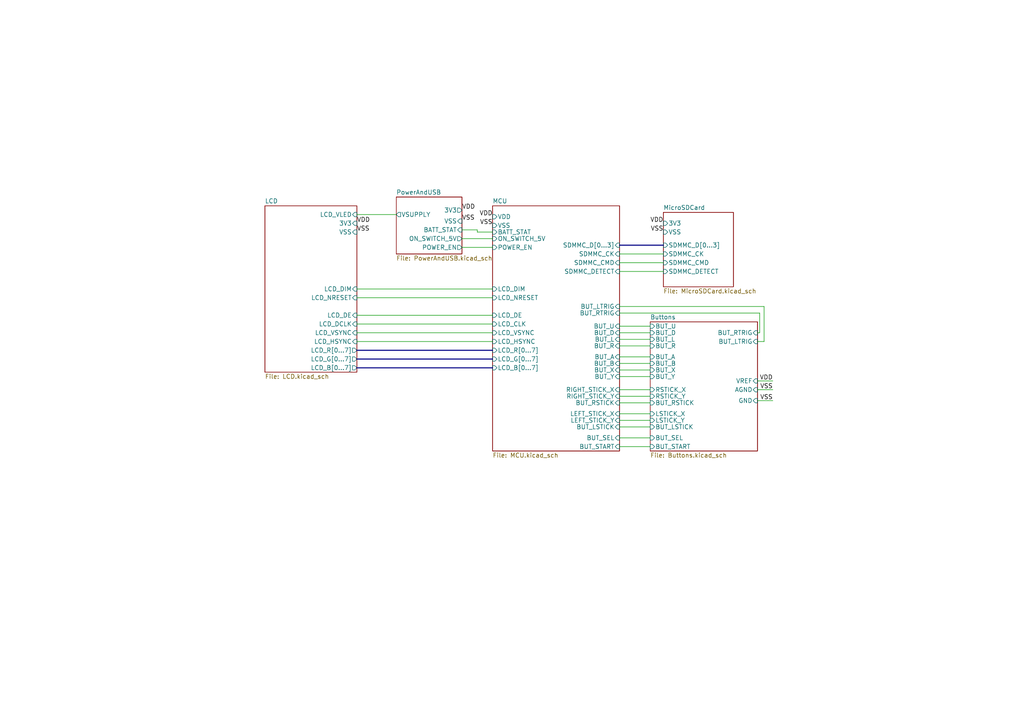
<source format=kicad_sch>
(kicad_sch (version 20210126) (generator eeschema)
  (paper "A4")
  (title_block (title "Burned Head") (date "2019-11-10") (rev "A") (company "Justin Alexander"))
  (lib_symbols)
  (wire (pts (xy 103.505 62.23) (xy 114.935 62.23)))
  (wire (pts (xy 103.505 83.82) (xy 142.875 83.82)))
  (wire (pts (xy 103.505 86.36) (xy 142.875 86.36)))
  (wire (pts (xy 103.505 91.44) (xy 142.875 91.44)))
  (wire (pts (xy 103.505 93.98) (xy 142.875 93.98)))
  (wire (pts (xy 103.505 96.52) (xy 142.875 96.52)))
  (wire (pts (xy 103.505 99.06) (xy 142.875 99.06)))
  (wire (pts (xy 133.985 66.675) (xy 138.43 66.675)))
  (wire (pts (xy 133.985 69.215) (xy 142.875 69.215)))
  (wire (pts (xy 133.985 71.755) (xy 142.875 71.755)))
  (wire (pts (xy 138.43 66.675) (xy 138.43 67.31)))
  (wire (pts (xy 138.43 67.31) (xy 142.875 67.31)))
  (wire (pts (xy 179.705 73.66) (xy 192.405 73.66)))
  (wire (pts (xy 179.705 76.2) (xy 192.405 76.2)))
  (wire (pts (xy 179.705 78.74) (xy 192.405 78.74)))
  (wire (pts (xy 179.705 88.9) (xy 221.615 88.9)))
  (wire (pts (xy 188.595 94.615) (xy 179.705 94.615)))
  (wire (pts (xy 188.595 96.52) (xy 179.705 96.52)))
  (wire (pts (xy 188.595 98.425) (xy 179.705 98.425)))
  (wire (pts (xy 188.595 100.33) (xy 179.705 100.33)))
  (wire (pts (xy 188.595 103.505) (xy 179.705 103.505)))
  (wire (pts (xy 188.595 105.41) (xy 179.705 105.41)))
  (wire (pts (xy 188.595 107.315) (xy 179.705 107.315)))
  (wire (pts (xy 188.595 109.22) (xy 179.705 109.22)))
  (wire (pts (xy 188.595 113.03) (xy 179.705 113.03)))
  (wire (pts (xy 188.595 114.935) (xy 179.705 114.935)))
  (wire (pts (xy 188.595 116.84) (xy 179.705 116.84)))
  (wire (pts (xy 188.595 120.015) (xy 179.705 120.015)))
  (wire (pts (xy 188.595 121.92) (xy 179.705 121.92)))
  (wire (pts (xy 188.595 123.825) (xy 179.705 123.825)))
  (wire (pts (xy 188.595 127) (xy 179.705 127)))
  (wire (pts (xy 188.595 129.54) (xy 179.705 129.54)))
  (wire (pts (xy 219.71 96.52) (xy 220.345 96.52)))
  (wire (pts (xy 219.71 99.06) (xy 221.615 99.06)))
  (wire (pts (xy 219.71 110.49) (xy 224.155 110.49)))
  (wire (pts (xy 219.71 113.03) (xy 224.155 113.03)))
  (wire (pts (xy 219.71 116.205) (xy 224.155 116.205)))
  (wire (pts (xy 220.345 90.805) (xy 179.705 90.805)))
  (wire (pts (xy 220.345 96.52) (xy 220.345 90.805)))
  (wire (pts (xy 221.615 88.9) (xy 221.615 99.06)))
  (bus (pts (xy 103.505 101.6) (xy 142.875 101.6)))
  (bus (pts (xy 103.505 104.14) (xy 142.875 104.14)))
  (bus (pts (xy 103.505 106.68) (xy 142.875 106.68)))
  (bus (pts (xy 179.705 71.12) (xy 192.405 71.12)))
  (label "VDD" (at 103.505 64.77 0))
  (label "VSS" (at 103.505 67.31 0))
  (label "VDD" (at 133.985 60.96 0))
  (label "VSS" (at 133.985 64.135 0))
  (label "VDD" (at 142.875 62.865 180))
  (label "VSS" (at 142.875 65.405 180))
  (label "VDD" (at 192.405 64.77 180))
  (label "VSS" (at 192.405 67.31 180))
  (label "VDD" (at 224.155 110.49 180))
  (label "VSS" (at 224.155 113.03 180))
  (label "VSS" (at 224.155 116.205 180))
  (sheet (at 188.595 93.345) (size 31.115 37.465)
    (property "Sheet name" "Buttons" (at 188.595 92.7095 0) (effects (justify left bottom)))
    (property "Sheet file" "Buttons.kicad_sch" (at 188.595 131.3185 0) (effects (justify left top)))
    (pin "GND" input (at 219.71 116.205 0))
    (pin "VREF" input (at 219.71 110.49 0))
    (pin "BUT_X" input (at 188.595 107.315 180))
    (pin "BUT_Y" input (at 188.595 109.22 180))
    (pin "BUT_B" input (at 188.595 105.41 180))
    (pin "BUT_A" input (at 188.595 103.505 180))
    (pin "BUT_D" input (at 188.595 96.52 180))
    (pin "BUT_R" input (at 188.595 100.33 180))
    (pin "BUT_U" input (at 188.595 94.615 180))
    (pin "BUT_L" input (at 188.595 98.425 180))
    (pin "BUT_SEL" input (at 188.595 127 180))
    (pin "BUT_START" input (at 188.595 129.54 180))
    (pin "AGND" input (at 219.71 113.03 0))
    (pin "BUT_LSTICK" input (at 188.595 123.825 180))
    (pin "LSTICK_X" input (at 188.595 120.015 180))
    (pin "LSTICK_Y" input (at 188.595 121.92 180))
    (pin "BUT_RSTICK" input (at 188.595 116.84 180))
    (pin "RSTICK_X" input (at 188.595 113.03 180))
    (pin "RSTICK_Y" input (at 188.595 114.935 180))
    (pin "BUT_LTRIG" input (at 219.71 99.06 0))
    (pin "BUT_RTRIG" input (at 219.71 96.52 0))
  )
  (sheet (at 76.835 59.69) (size 26.67 48.26)
    (property "Sheet name" "LCD" (at 76.835 59.0545 0) (effects (justify left bottom)))
    (property "Sheet file" "LCD.kicad_sch" (at 76.835 108.4585 0) (effects (justify left top)))
    (pin "LCD_B[0...7]" output (at 103.505 106.68 0))
    (pin "LCD_G[0...7]" output (at 103.505 104.14 0))
    (pin "LCD_R[0...7]" output (at 103.505 101.6 0))
    (pin "VSS" input (at 103.505 67.31 0))
    (pin "3V3" input (at 103.505 64.77 0))
    (pin "LCD_NRESET" input (at 103.505 86.36 0))
    (pin "LCD_DE" input (at 103.505 91.44 0))
    (pin "LCD_HSYNC" input (at 103.505 99.06 0))
    (pin "LCD_VSYNC" input (at 103.505 96.52 0))
    (pin "LCD_DCLK" input (at 103.505 93.98 0))
    (pin "LCD_VLED" input (at 103.505 62.23 0))
    (pin "LCD_DIM" input (at 103.505 83.82 0))
  )
  (sheet (at 142.875 59.69) (size 36.83 71.12)
    (property "Sheet name" "MCU" (at 142.875 59.0545 0) (effects (justify left bottom)))
    (property "Sheet file" "MCU.kicad_sch" (at 142.875 131.3185 0) (effects (justify left top)))
    (pin "LCD_G[0...7]" input (at 142.875 104.14 180))
    (pin "LCD_B[0...7]" input (at 142.875 106.68 180))
    (pin "LCD_DIM" input (at 142.875 83.82 180))
    (pin "LCD_NRESET" input (at 142.875 86.36 180))
    (pin "LCD_DE" input (at 142.875 91.44 180))
    (pin "LCD_CLK" input (at 142.875 93.98 180))
    (pin "LCD_VSYNC" input (at 142.875 96.52 180))
    (pin "LCD_HSYNC" input (at 142.875 99.06 180))
    (pin "VDD" input (at 142.875 62.865 180))
    (pin "VSS" input (at 142.875 65.405 180))
    (pin "POWER_EN" input (at 142.875 71.755 180))
    (pin "ON_SWITCH_5V" input (at 142.875 69.215 180))
    (pin "LCD_R[0...7]" input (at 142.875 101.6 180))
    (pin "SDMMC_CK" input (at 179.705 73.66 0))
    (pin "SDMMC_CMD" input (at 179.705 76.2 0))
    (pin "SDMMC_DETECT" input (at 179.705 78.74 0))
    (pin "SDMMC_D[0...3]" input (at 179.705 71.12 0))
    (pin "LEFT_STICK_X" input (at 179.705 120.015 0))
    (pin "LEFT_STICK_Y" input (at 179.705 121.92 0))
    (pin "RIGHT_STICK_X" input (at 179.705 113.03 0))
    (pin "RIGHT_STICK_Y" input (at 179.705 114.935 0))
    (pin "BUT_A" input (at 179.705 103.505 0))
    (pin "BUT_B" input (at 179.705 105.41 0))
    (pin "BUT_X" input (at 179.705 107.315 0))
    (pin "BUT_Y" input (at 179.705 109.22 0))
    (pin "BUT_U" input (at 179.705 94.615 0))
    (pin "BUT_D" input (at 179.705 96.52 0))
    (pin "BUT_L" input (at 179.705 98.425 0))
    (pin "BUT_R" input (at 179.705 100.33 0))
    (pin "BUT_LSTICK" input (at 179.705 123.825 0))
    (pin "BUT_RSTICK" input (at 179.705 116.84 0))
    (pin "BUT_SEL" input (at 179.705 127 0))
    (pin "BUT_START" input (at 179.705 129.54 0))
    (pin "BUT_RTRIG" input (at 179.705 90.805 0))
    (pin "BUT_LTRIG" input (at 179.705 88.9 0))
    (pin "BATT_STAT" input (at 142.875 67.31 180))
  )
  (sheet (at 192.405 61.595) (size 20.32 21.59)
    (property "Sheet name" "MicroSDCard" (at 192.405 60.9595 0) (effects (justify left bottom)))
    (property "Sheet file" "MicroSDCard.kicad_sch" (at 192.405 83.6935 0) (effects (justify left top)))
    (pin "3V3" input (at 192.405 64.77 180))
    (pin "VSS" input (at 192.405 67.31 180))
    (pin "SDMMC_CMD" input (at 192.405 76.2 180))
    (pin "SDMMC_CK" input (at 192.405 73.66 180))
    (pin "SDMMC_DETECT" input (at 192.405 78.74 180))
    (pin "SDMMC_D[0...3]" input (at 192.405 71.12 180))
  )
  (sheet (at 114.935 57.15) (size 19.05 16.51)
    (property "Sheet name" "PowerAndUSB" (at 114.935 56.5145 0) (effects (justify left bottom)))
    (property "Sheet file" "PowerAndUSB.kicad_sch" (at 114.935 74.1685 0) (effects (justify left top)))
    (pin "VSUPPLY" output (at 114.935 62.23 180))
    (pin "3V3" output (at 133.985 60.96 0))
    (pin "VSS" input (at 133.985 64.135 0))
    (pin "ON_SWITCH_5V" output (at 133.985 69.215 0))
    (pin "POWER_EN" output (at 133.985 71.755 0))
    (pin "BATT_STAT" input (at 133.985 66.675 0))
  )
)
</source>
